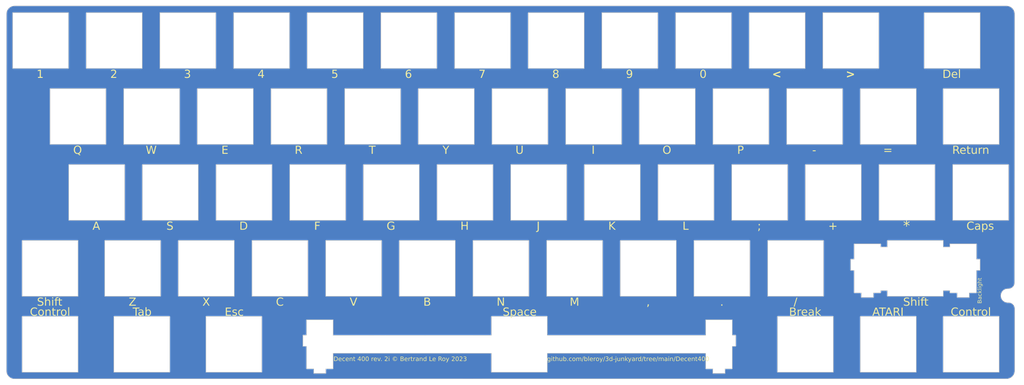
<source format=kicad_pcb>
(kicad_pcb (version 20240108) (generator "pcbnew") (generator_version "8.0")
  (title_block (title "Decent400 Plate") (date "2024-04-14") (rev "2i") (company "Decent Consulting"))
  (layers (0 "F.Cu" signal) (31 "B.Cu" signal) (34 "B.Paste" user) (35 "F.Paste" user) (36 "B.SilkS" user "B.Silkscreen") (37 "F.SilkS" user "F.Silkscreen") (38 "B.Mask" user) (39 "F.Mask" user) (44 "Edge.Cuts" user))
  (net 0 "")
  (footprint "Library:MX-1-25U-Hole-no-silk" (layer "F.Cu") (at 83.996056 117.912532)
    (property "Reference" "SWEsc1" (hide yes))
    (property "Value" "Esc" (hide yes))
    (fp_line (start -7 -7) (end -7 7) (stroke (width 0.12)) (layer "Edge.Cuts"))
    (fp_line (start -7 -7) (end 7 -7) (stroke (width 0.12)) (layer "Edge.Cuts"))
    (fp_line (start -7 7) (end 7 7) (stroke (width 0.12)) (layer "Edge.Cuts"))
    (fp_line (start 7 -7) (end 7 7) (stroke (width 0.12)) (layer "Edge.Cuts"))
  )
  (footprint "Library:MX-1-00U-Hole-no-silk" (layer "F.Cu") (at 123.43551 79.812532)
    (property "Reference" "SWG1" (hide yes))
    (property "Value" "G" (hide yes))
    (fp_line (start -7 -7) (end -7 7) (stroke (width 0.12)) (layer "Edge.Cuts"))
    (fp_line (start -7 -7) (end 7 -7) (stroke (width 0.12)) (layer "Edge.Cuts"))
    (fp_line (start -7 7) (end 7 7) (stroke (width 0.12)) (layer "Edge.Cuts"))
    (fp_line (start 7 -7) (end 7 7) (stroke (width 0.12)) (layer "Edge.Cuts"))
  )
  (footprint "Library:MX-1-00U-Hole-no-silk" (layer "F.Cu") (at 206.258364 98.862532)
    (property "Reference" "SWPeriod1" (hide yes))
    (property "Value" "Period" (hide yes))
    (fp_line (start -7 -7) (end -7 7) (stroke (width 0.12)) (layer "Edge.Cuts"))
    (fp_line (start -7 -7) (end 7 -7) (stroke (width 0.12)) (layer "Edge.Cuts"))
    (fp_line (start -7 7) (end 7 7) (stroke (width 0.12)) (layer "Edge.Cuts"))
    (fp_line (start 7 -7) (end 7 7) (stroke (width 0.12)) (layer "Edge.Cuts"))
  )
  (footprint "Library:MX-1-00U-Hole-no-silk" (layer "F.Cu") (at 238.554068 41.712532)
    (property "Reference" "SWGT1" (hide yes))
    (property "Value" "GreaterThan" (hide yes))
    (fp_line (start -7 -7) (end -7 7) (stroke (width 0.12)) (layer "Edge.Cuts"))
    (fp_line (start -7 -7) (end 7 -7) (stroke (width 0.12)) (layer "Edge.Cuts"))
    (fp_line (start -7 7) (end 7 7) (stroke (width 0.12)) (layer "Edge.Cuts"))
    (fp_line (start 7 -7) (end 7 7) (stroke (width 0.12)) (layer "Edge.Cuts"))
  )
  (footprint "Symbol:OSHW-Logo2_7.3x6mm_Copper" (layer "F.Cu") (at 140.1725 112.812532)
    (property "Reference" "REF**" (hide yes))
    (property "Value" "OSHW-Logo2_7.3x6mm_Copper" (hide yes))
  )
  (footprint "Library:MX-1-00U-Hole-no-silk" (layer "F.Cu") (at 100.292736 60.762532)
    (property "Reference" "SWR1" (hide yes))
    (property "Value" "R" (hide yes))
    (fp_line (start -7 -7) (end -7 7) (stroke (width 0.12)) (layer "Edge.Cuts"))
    (fp_line (start -7 -7) (end 7 -7) (stroke (width 0.12)) (layer "Edge.Cuts"))
    (fp_line (start -7 7) (end 7 7) (stroke (width 0.12)) (layer "Edge.Cuts"))
    (fp_line (start 7 -7) (end 7 7) (stroke (width 0.12)) (layer "Edge.Cuts"))
  )
  (footprint "Library:MX-1-00U-Hole-no-silk" (layer "F.Cu") (at 178.799574 79.812532)
    (property "Reference" "SWK1" (hide yes))
    (property "Value" "K" (hide yes))
    (fp_line (start -7 -7) (end -7 7) (stroke (width 0.12)) (layer "Edge.Cuts"))
    (fp_line (start -7 -7) (end 7 -7) (stroke (width 0.12)) (layer "Edge.Cuts"))
    (fp_line (start -7 7) (end 7 7) (stroke (width 0.12)) (layer "Edge.Cuts"))
    (fp_line (start 7 -7) (end 7 7) (stroke (width 0.12)) (layer "Edge.Cuts"))
  )
  (footprint "Library:MX-1-00U-Hole-no-silk" (layer "F.Cu") (at 146.280628 41.712532)
    (property "Reference" "SW7" (hide yes))
    (property "Value" "7" (hide yes))
    (fp_line (start -7 -7) (end -7 7) (stroke (width 0.12)) (layer "Edge.Cuts"))
    (fp_line (start -7 -7) (end 7 -7) (stroke (width 0.12)) (layer "Edge.Cuts"))
    (fp_line (start -7 7) (end 7 7) (stroke (width 0.12)) (layer "Edge.Cuts"))
    (fp_line (start 7 -7) (end 7 7) (stroke (width 0.12)) (layer "Edge.Cuts"))
  )
  (footprint "Library:MX-1-00U-Hole-no-silk" (layer "F.Cu") (at 77.075548 98.862532)
    (property "Reference" "SWX1" (hide yes))
    (property "Value" "X" (hide yes))
    (fp_line (start -7 -7) (end -7 7) (stroke (width 0.12)) (layer "Edge.Cuts"))
    (fp_line (start -7 -7) (end 7 -7) (stroke (width 0.12)) (layer "Edge.Cuts"))
    (fp_line (start -7 7) (end 7 7) (stroke (width 0.12)) (layer "Edge.Cuts"))
    (fp_line (start 7 -7) (end 7 7) (stroke (width 0.12)) (layer "Edge.Cuts"))
  )
  (footprint "Library:MX-1-00U-Hole-no-silk" (layer "F.Cu") (at 160.344886 79.812532)
    (property "Reference" "SWJ1" (hide yes))
    (property "Value" "J" (hide yes))
    (fp_line (start -7 -7) (end -7 7) (stroke (width 0.12)) (layer "Edge.Cuts"))
    (fp_line (start -7 -7) (end 7 -7) (stroke (width 0.12)) (layer "Edge.Cuts"))
    (fp_line (start -7 7) (end 7 7) (stroke (width 0.12)) (layer "Edge.Cuts"))
    (fp_line (start 7 -7) (end 7 7) (stroke (width 0.12)) (layer "Edge.Cuts"))
  )
  (footprint "Library:MX-1-00U-Hole-no-silk" (layer "F.Cu") (at 183.190004 41.712532)
    (property "Reference" "SW9" (hide yes))
    (property "Value" "9" (hide yes))
    (fp_line (start -7 -7) (end -7 7) (stroke (width 0.12)) (layer "Edge.Cuts"))
    (fp_line (start -7 -7) (end 7 -7) (stroke (width 0.12)) (layer "Edge.Cuts"))
    (fp_line (start -7 7) (end 7 7) (stroke (width 0.12)) (layer "Edge.Cuts"))
    (fp_line (start 7 -7) (end 7 7) (stroke (width 0.12)) (layer "Edge.Cuts"))
  )
  (footprint "Library:MX-1-00U-Hole-no-silk" (layer "F.Cu") (at 137.202112 60.762532)
    (property "Reference" "SWY1" (hide yes))
    (property "Value" "Y" (hide yes))
    (fp_line (start -7 -7) (end -7 7) (stroke (width 0.12)) (layer "Edge.Cuts"))
    (fp_line (start -7 -7) (end 7 -7) (stroke (width 0.12)) (layer "Edge.Cuts"))
    (fp_line (start -7 7) (end 7 7) (stroke (width 0.12)) (layer "Edge.Cuts"))
    (fp_line (start 7 -7) (end 7 7) (stroke (width 0.12)) (layer "Edge.Cuts"))
  )
  (footprint "Library:MX-1-00U-Hole-no-silk" (layer "F.Cu") (at 197.254262 79.812532)
    (property "Reference" "SWL1" (hide yes))
    (property "Value" "L" (hide yes))
    (fp_line (start -7 -7) (end -7 7) (stroke (width 0.12)) (layer "Edge.Cuts"))
    (fp_line (start -7 -7) (end 7 -7) (stroke (width 0.12)) (layer "Edge.Cuts"))
    (fp_line (start -7 7) (end 7 7) (stroke (width 0.12)) (layer "Edge.Cuts"))
    (fp_line (start 7 -7) (end 7 7) (stroke (width 0.12)) (layer "Edge.Cuts"))
  )
  (footprint "Library:MX-1-00U-Hole-no-silk" (layer "F.Cu") (at 187.803676 98.862532)
    (property "Reference" "SWComma1" (hide yes))
    (property "Value" "Comma" (hide yes))
    (fp_line (start -7 -7) (end -7 7) (stroke (width 0.12)) (layer "Edge.Cuts"))
    (fp_line (start -7 -7) (end 7 -7) (stroke (width 0.12)) (layer "Edge.Cuts"))
    (fp_line (start -7 7) (end 7 7) (stroke (width 0.12)) (layer "Edge.Cuts"))
    (fp_line (start 7 -7) (end 7 7) (stroke (width 0.12)) (layer "Edge.Cuts"))
  )
  (footprint "Library:MX-1-00U-Hole-no-silk" (layer "F.Cu") (at 95.530236 98.862532)
    (property "Reference" "SWC1" (hide yes))
    (property "Value" "C" (hide yes))
    (fp_line (start -7 -7) (end -7 7) (stroke (width 0.12)) (layer "Edge.Cuts"))
    (fp_line (start -7 -7) (end 7 -7) (stroke (width 0.12)) (layer "Edge.Cuts"))
    (fp_line (start -7 7) (end 7 7) (stroke (width 0.12)) (layer "Edge.Cuts"))
    (fp_line (start 7 -7) (end 7 7) (stroke (width 0.12)) (layer "Edge.Cuts"))
  )
  (footprint "Library:MX-1-00U-Hole-no-silk" (layer "F.Cu") (at 113.984924 98.862532)
    (property "Reference" "SWV1" (hide yes))
    (property "Value" "V" (hide yes))
    (fp_line (start -7 -7) (end -7 7) (stroke (width 0.12)) (layer "Edge.Cuts"))
    (fp_line (start -7 -7) (end 7 -7) (stroke (width 0.12)) (layer "Edge.Cuts"))
    (fp_line (start -7 7) (end 7 7) (stroke (width 0.12)) (layer "Edge.Cuts"))
    (fp_line (start 7 -7) (end 7 7) (stroke (width 0.12)) (layer "Edge.Cuts"))
  )
  (footprint "Library:MX-1-00U-Hole-no-silk" (layer "F.Cu") (at 54.007188 41.712532)
    (property "Reference" "SW2" (hide yes))
    (property "Value" "2" (hide yes))
    (fp_line (start -7 -7) (end -7 7) (stroke (width 0.12)) (layer "Edge.Cuts"))
    (fp_line (start -7 -7) (end 7 -7) (stroke (width 0.12)) (layer "Edge.Cuts"))
    (fp_line (start -7 7) (end 7 7) (stroke (width 0.12)) (layer "Edge.Cuts"))
    (fp_line (start 7 -7) (end 7 7) (stroke (width 0.12)) (layer "Edge.Cuts"))
  )
  (footprint "Library:MX-1-00U-Hole-no-silk" (layer "F.Cu") (at 49.616758 79.812532)
    (property "Reference" "SWA1" (hide yes))
    (property "Value" "A" (hide yes))
    (fp_line (start -7 -7) (end -7 7) (stroke (width 0.12)) (layer "Edge.Cuts"))
    (fp_line (start -7 -7) (end 7 -7) (stroke (width 0.12)) (layer "Edge.Cuts"))
    (fp_line (start -7 7) (end 7 7) (stroke (width 0.12)) (layer "Edge.Cuts"))
    (fp_line (start 7 -7) (end 7 7) (stroke (width 0.12)) (layer "Edge.Cuts"))
  )
  (footprint "Library:MX-1-00U-Hole-no-silk" (layer "F.Cu") (at 174.111488 60.762532)
    (property "Reference" "SWI1" (hide yes))
    (property "Value" "I" (hide yes))
    (fp_line (start -7 -7) (end -7 7) (stroke (width 0.12)) (layer "Edge.Cuts"))
    (fp_line (start -7 -7) (end 7 -7) (stroke (width 0.12)) (layer "Edge.Cuts"))
    (fp_line (start -7 7) (end 7 7) (stroke (width 0.12)) (layer "Edge.Cuts"))
    (fp_line (start 7 -7) (end 7 7) (stroke (width 0.12)) (layer "Edge.Cuts"))
  )
  (footprint "Library:MX-1-00U-Hole-no-silk" (layer "F.Cu") (at 201.644692 41.712532)
    (property "Reference" "SW0" (hide yes))
    (property "Value" "0" (hide yes))
    (fp_line (start -7 -7) (end -7 7) (stroke (width 0.12)) (layer "Edge.Cuts"))
    (fp_line (start -7 -7) (end 7 -7) (stroke (width 0.12)) (layer "Edge.Cuts"))
    (fp_line (start -7 7) (end 7 7) (stroke (width 0.12)) (layer "Edge.Cuts"))
    (fp_line (start 7 -7) (end 7 7) (stroke (width 0.12)) (layer "Edge.Cuts"))
  )
  (footprint "Library:MX-1-25U-Hole-no-silk" (layer "F.Cu") (at 37.93375 117.912532)
    (property "Reference" "SWCtl1" (hide yes))
    (property "Value" "Control" (hide yes))
    (fp_line (start -7 -7) (end -7 7) (stroke (width 0.12)) (layer "Edge.Cuts"))
    (fp_line (start -7 -7) (end 7 -7) (stroke (width 0.12)) (layer "Edge.Cuts"))
    (fp_line (start -7 7) (end 7 7) (stroke (width 0.12)) (layer "Edge.Cuts"))
    (fp_line (start 7 -7) (end 7 7) (stroke (width 0.12)) (layer "Edge.Cuts"))
  )
  (footprint "Library:MX-1-75U-Hole" (layer "F.Cu") (at 263.929264 41.712532)
    (property "Reference" "SWDel1" (hide yes))
    (property "Value" "Del" (hide yes))
    (fp_line (start -7 -7) (end -7 7) (stroke (width 0.12)) (layer "Edge.Cuts"))
    (fp_line (start -7 -7) (end 7 -7) (stroke (width 0.12)) (layer "Edge.Cuts"))
    (fp_line (start -7 7) (end 7 7) (stroke (width 0.12)) (layer "Edge.Cuts"))
    (fp_line (start 7 -7) (end 7 7) (stroke (width 0.12)) (layer "Edge.Cuts"))
  )
  (footprint "Library:MX-1-00U-Hole-no-silk" (layer "F.Cu") (at 118.747424 60.762532)
    (property "Reference" "SWT1" (hide yes))
    (property "Value" "T" (hide yes))
    (fp_line (start -7 -7) (end -7 7) (stroke (width 0.12)) (layer "Edge.Cuts"))
    (fp_line (start -7 -7) (end 7 -7) (stroke (width 0.12)) (layer "Edge.Cuts"))
    (fp_line (start -7 7) (end 7 7) (stroke (width 0.12)) (layer "Edge.Cuts"))
    (fp_line (start 7 -7) (end 7 7) (stroke (width 0.12)) (layer "Edge.Cuts"))
  )
  (footprint "Library:MX-1-00U-Hole-no-silk" (layer "F.Cu") (at 155.6568 60.762532)
    (property "Reference" "SWU1" (hide yes))
    (property "Value" "U" (hide yes))
    (fp_line (start -7 -7) (end -7 7) (stroke (width 0.12)) (layer "Edge.Cuts"))
    (fp_line (start -7 -7) (end 7 -7) (stroke (width 0.12)) (layer "Edge.Cuts"))
    (fp_line (start -7 7) (end 7 7) (stroke (width 0.12)) (layer "Edge.Cuts"))
    (fp_line (start 7 -7) (end 7 7) (stroke (width 0.12)) (layer "Edge.Cuts"))
  )
  (footprint "Library:MX-1-25U-Hole-no-silk" (layer "F.Cu") (at 37.93375 98.862532)
    (property "Reference" "SWLeftSft1" (hide yes))
    (property "Value" "Shift" (hide yes))
    (fp_line (start -7 -7) (end -7 7) (stroke (width 0.12)) (layer "Edge.Cuts"))
    (fp_line (start -7 -7) (end 7 -7) (stroke (width 0.12)) (layer "Edge.Cuts"))
    (fp_line (start -7 7) (end 7 7) (stroke (width 0.12)) (layer "Edge.Cuts"))
    (fp_line (start 7 -7) (end 7 7) (stroke (width 0.12)) (layer "Edge.Cuts"))
  )
  (footprint "Library:MX-1-00U-Hole-no-silk" (layer "F.Cu") (at 81.838048 60.762532)
    (property "Reference" "SWE1" (hide yes))
    (property "Value" "E" (hide yes))
    (fp_line (start -7 -7) (end -7 7) (stroke (width 0.12)) (layer "Edge.Cuts"))
    (fp_line (start -7 -7) (end 7 -7) (stroke (width 0.12)) (layer "Edge.Cuts"))
    (fp_line (start -7 7) (end 7 7) (stroke (width 0.12)) (layer "Edge.Cuts"))
    (fp_line (start 7 -7) (end 7 7) (stroke (width 0.12)) (layer "Edge.Cuts"))
  )
  (footprint "Library:MX-1-00U-Hole-no-silk" (layer "F.Cu") (at 109.371252 41.712532)
    (property "Reference" "SW5" (hide yes))
    (property "Value" "5" (hide yes))
    (fp_line (start -7 -7) (end -7 7) (stroke (width 0.12)) (layer "Edge.Cuts"))
    (fp_line (start -7 -7) (end 7 -7) (stroke (width 0.12)) (layer "Edge.Cuts"))
    (fp_line (start -7 7) (end 7 7) (stroke (width 0.12)) (layer "Edge.Cuts"))
    (fp_line (start 7 -7) (end 7 7) (stroke (width 0.12)) (layer "Edge.Cuts"))
  )
  (footprint "Library:MX-1-00U-Hole-no-silk" (layer "F.Cu") (at 252.618326 79.812532)
    (property "Reference" "SWStar1" (hide yes))
    (property "Value" "Star" (hide yes))
    (fp_line (start -7 -7) (end -7 7) (stroke (width 0.12)) (layer "Edge.Cuts"))
    (fp_line (start -7 -7) (end 7 -7) (stroke (width 0.12)) (layer "Edge.Cuts"))
    (fp_line (start -7 7) (end 7 7) (stroke (width 0.12)) (layer "Edge.Cuts"))
    (fp_line (start 7 -7) (end 7 7) (stroke (width 0.12)) (layer "Edge.Cuts"))
  )
  (footprint "Library:MX-1-00U-Hole-no-silk" (layer "F.Cu") (at 169.348988 98.862532)
    (property "Reference" "SWM1" (hide yes))
    (property "Value" "M" (hide yes))
    (fp_line (start -7 -7) (end -7 7) (stroke (width 0.12)) (layer "Edge.Cuts"))
    (fp_line (start -7 -7) (end 7 -7) (stroke (width 0.12)) (layer "Edge.Cuts"))
    (fp_line (start -7 7) (end 7 7) (stroke (width 0.12)) (layer "Edge.Cuts"))
    (fp_line (start 7 -7) (end 7 7) (stroke (width 0.12)) (layer "Edge.Cuts"))
  )
  (footprint "Library:MX-1-00U-Hole-no-silk" (layer "F.Cu") (at 104.980822 79.812532)
    (property "Reference" "SWF1" (hide yes))
    (property "Value" "F" (hide yes))
    (fp_line (start -7 -7) (end -7 7) (stroke (width 0.12)) (layer "Edge.Cuts"))
    (fp_line (start -7 -7) (end 7 -7) (stroke (width 0.12)) (layer "Edge.Cuts"))
    (fp_line (start -7 7) (end 7 7) (stroke (width 0.12)) (layer "Edge.Cuts"))
    (fp_line (start 7 -7) (end 7 7) (stroke (width 0.12)) (layer "Edge.Cuts"))
  )
  (footprint "Library:MX-1-25U-Hole-no-silk" (layer "F.Cu") (at 227.168716 117.912532)
    (property "Reference" "SWBrk1" (hide yes))
    (property "Value" "Break" (hide yes))
    (fp_line (start -7 -7) (end -7 7) (stroke (width 0.12)) (layer "Edge.Cuts"))
    (fp_line (start -7 -7) (end 7 -7) (stroke (width 0.12)) (layer "Edge.Cuts"))
    (fp_line (start -7 7) (end 7 7) (stroke (width 0.12)) (layer "Edge.Cuts"))
    (fp_line (start 7 -7) (end 7 7) (stroke (width 0.12)) (layer "Edge.Cuts"))
  )
  (footprint "Library:MX-1-00U-Hole-no-silk" (layer "F.Cu") (at 72.461876 41.712532)
    (property "Reference" "SW3" (hide yes))
    (property "Value" "3" (hide yes))
    (fp_line (start -7 -7) (end -7 7) (stroke (width 0.12)) (layer "Edge.Cuts"))
    (fp_line (start -7 -7) (end 7 -7) (stroke (width 0.12)) (layer "Edge.Cuts"))
    (fp_line (start -7 7) (end 7 7) (stroke (width 0.12)) (layer "Edge.Cuts"))
    (fp_line (start 7 -7) (end 7 7) (stroke (width 0.12)) (layer "Edge.Cuts"))
  )
  (footprint "Symbol:KiCad-Logo2_5mm_Copper" (layer "F.Cu") (at 129.8325 112.352532)
    (property "Reference" "REF**" (hide yes))
    (property "Value" "KiCad-Logo2_5mm_Copper" (hide yes))
  )
  (footprint "Library:MX-1-25U-Hole-no-silk" (layer "F.Cu") (at 60.927696 117.912532)
    (property "Reference" "SWTab1" (hide yes))
    (property "Value" "Tab" (hide yes))
    (fp_line (start -7 -7) (end -7 7) (stroke (width 0.12)) (layer "Edge.Cuts"))
    (fp_line (start -7 -7) (end 7 -7) (stroke (width 0.12)) (layer "Edge.Cuts"))
    (fp_line (start -7 7) (end 7 7) (stroke (width 0.12)) (layer "Edge.Cuts"))
    (fp_line (start 7 -7) (end 7 7) (stroke (width 0.12)) (layer "Edge.Cuts"))
  )
  (footprint "Library:MX-1-00U-Hole-no-silk" (layer "F.Cu") (at 234.163638 79.812532)
    (property "Reference" "SWPlus1" (hide yes))
    (property "Value" "Plus" (hide yes))
    (fp_line (start -7 -7) (end -7 7) (stroke (width 0.12)) (layer "Edge.Cuts"))
    (fp_line (start -7 -7) (end 7 -7) (stroke (width 0.12)) (layer "Edge.Cuts"))
    (fp_line (start -7 7) (end 7 7) (stroke (width 0.12)) (layer "Edge.Cuts"))
    (fp_line (start 7 -7) (end 7 7) (stroke (width 0.12)) (layer "Edge.Cuts"))
  )
  (footprint "LOGO" (layer "F.Cu") (at 117.7525 111.442532)
    (property "Reference" "G***" (hide yes))
    (property "Value" "LOGOGO" (hide yes))
  )
  (footprint "Library:MX-1-00U-Hole-no-silk" (layer "F.Cu") (at 220.09938 41.712532)
    (property "Reference" "SWLT1" (hide yes))
    (property "Value" "LessThan" (hide yes))
    (fp_line (start -7 -7) (end -7 7) (stroke (width 0.12)) (layer "Edge.Cuts"))
    (fp_line (start -7 -7) (end 7 -7) (stroke (width 0.12)) (layer "Edge.Cuts"))
    (fp_line (start -7 7) (end 7 7) (stroke (width 0.12)) (layer "Edge.Cuts"))
    (fp_line (start 7 -7) (end 7 7) (stroke (width 0.12)) (layer "Edge.Cuts"))
  )
  (footprint "Library:MX-1-00U-Hole-no-silk" (layer "F.Cu") (at 164.735316 41.712532)
    (property "Reference" "SW8" (hide yes))
    (property "Value" "8" (hide yes))
    (fp_line (start -7 -7) (end -7 7) (stroke (width 0.12)) (layer "Edge.Cuts"))
    (fp_line (start -7 -7) (end 7 -7) (stroke (width 0.12)) (layer "Edge.Cuts"))
    (fp_line (start -7 7) (end 7 7) (stroke (width 0.12)) (layer "Edge.Cuts"))
    (fp_line (start 7 -7) (end 7 7) (stroke (width 0.12)) (layer "Edge.Cuts"))
  )
  (footprint "Library:MX-1-00U-Hole-no-silk" (layer "F.Cu") (at 215.70895 79.812532)
    (property "Reference" "SWSemi1" (hide yes))
    (property "Value" "Semicolon" (hide yes))
    (fp_line (start -7 -7) (end -7 7) (stroke (width 0.12)) (layer "Edge.Cuts"))
    (fp_line (start -7 -7) (end 7 -7) (stroke (width 0.12)) (layer "Edge.Cuts"))
    (fp_line (start -7 7) (end 7 7) (stroke (width 0.12)) (layer "Edge.Cuts"))
    (fp_line (start 7 -7) (end 7 7) (stroke (width 0.12)) (layer "Edge.Cuts"))
  )
  (footprint "Library:MX-1-00U-Hole-no-silk" (layer "F.Cu") (at 247.93024 117.912532)
    (property "Reference" "SWInv1" (hide yes))
    (property "Value" "Atari" (hide yes))
    (fp_line (start -7 -7) (end -7 7) (stroke (width 0.12)) (layer "Edge.Cuts"))
    (fp_line (start -7 -7) (end 7 -7) (stroke (width 0.12)) (layer "Edge.Cuts"))
    (fp_line (start -7 7) (end 7 7) (stroke (width 0.12)) (layer "Edge.Cuts"))
    (fp_line (start 7 -7) (end 7 7) (stroke (width 0.12)) (layer "Edge.Cuts"))
  )
  (footprint "Library:MX-1-25U-Hole-no-silk" (layer "F.Cu") (at 268.691764 117.912532)
    (property "Reference" "SWCtl2" (hide yes))
    (property "Value" "Control" (hide yes))
    (fp_line (start -7 -7) (end -7 7) (stroke (width 0.12)) (layer "Edge.Cuts"))
    (fp_line (start -7 -7) (end 7 -7) (stroke (width 0.12)) (layer "Edge.Cuts"))
    (fp_line (start -7 7) (end 7 7) (stroke (width 0.12)) (layer "Edge.Cuts"))
    (fp_line (start 7 -7) (end 7 7) (stroke (width 0.12)) (layer "Edge.Cuts"))
  )
  (footprint "Library:MX-1-00U-Hole-no-silk" (layer "F.Cu") (at 63.38336 60.762532)
    (property "Reference" "SWW1" (hide yes))
    (property "Value" "W" (hide yes))
    (fp_line (start -7 -7) (end -7 7) (stroke (width 0.12)) (layer "Edge.Cuts"))
    (fp_line (start -7 -7) (end 7 -7) (stroke (width 0.12)) (layer "Edge.Cuts"))
    (fp_line (start -7 7) (end 7 7) (stroke (width 0.12)) (layer "Edge.Cuts"))
    (fp_line (start 7 -7) (end 7 7) (stroke (width 0.12)) (layer "Edge.Cuts"))
  )
  (footprint "Library:MX-1-00U-Hole-no-silk" (layer "F.Cu") (at 150.8943 98.862532)
    (property "Reference" "SWN1" (hide yes))
    (property "Value" "N" (hide yes))
    (fp_line (start -7 -7) (end -7 7) (stroke (width 0.12)) (layer "Edge.Cuts"))
    (fp_line (start -7 -7) (end 7 -7) (stroke (width 0.12)) (layer "Edge.Cuts"))
    (fp_line (start -7 7) (end 7 7) (stroke (width 0.12)) (layer "Edge.Cuts"))
    (fp_line (start 7 -7) (end 7 7) (stroke (width 0.12)) (layer "Edge.Cuts"))
  )
  (footprint "Library:MX-1-00U-Hole-no-silk" (layer "F.Cu") (at 35.5525 41.712532)
    (property "Reference" "SW1" (hide yes))
    (property "Value" "1" (hide yes))
    (fp_line (start -7 -7) (end -7 7) (stroke (width 0.12)) (layer "Edge.Cuts"))
    (fp_line (start -7 -7) (end 7 -7) (stroke (width 0.12)) (layer "Edge.Cuts"))
    (fp_line (start -7 7) (end 7 7) (stroke (width 0.12)) (layer "Edge.Cuts"))
    (fp_line (start 7 -7) (end 7 7) (stroke (width 0.12)) (layer "Edge.Cuts"))
  )
  (footprint "Library:MX-1-00U-Hole-no-silk" (layer "F.Cu") (at 271.073014 79.812532)
    (property "Reference" "SWCps1" (hide yes))
    (property "Value" "Caps" (hide yes))
    (fp_line (start -7 -7) (end -7 7) (stroke (width 0.12)) (layer "Edge.Cuts"))
    (fp_line (start -7 -7) (end 7 -7) (stroke (width 0.12)) (layer "Edge.Cuts"))
    (fp_line (start -7 7) (end 7 7) (stroke (width 0.12)) (layer "Edge.Cuts"))
    (fp_line (start 7 -7) (end 7 7) (stroke (width 0.12)) (layer "Edge.Cuts"))
  )
  (footprint "Library:MX-1-00U-Hole-no-silk" (layer "F.Cu") (at 44.928672 60.762532)
    (property "Reference" "SWQ1" (hide yes))
    (property "Value" "Q" (hide yes))
    (fp_line (start -7 -7) (end -7 7) (stroke (width 0.12)) (layer "Edge.Cuts"))
    (fp_line (start -7 -7) (end 7 -7) (stroke (width 0.12)) (layer "Edge.Cuts"))
    (fp_line (start -7 7) (end 7 7) (stroke (width 0.12)) (layer "Edge.Cuts"))
    (fp_line (start 7 -7) (end 7 7) (stroke (width 0.12)) (layer "Edge.Cuts"))
  )
  (footprint "Library:MX-1-00U-Hole-no-silk" (layer "F.Cu") (at 127.82594 41.712532)
    (property "Reference" "SW6" (hide yes))
    (property "Value" "6" (hide yes))
    (fp_line (start -7 -7) (end -7 7) (stroke (width 0.12)) (layer "Edge.Cuts"))
    (fp_line (start -7 -7) (end 7 -7) (stroke (width 0.12)) (layer "Edge.Cuts"))
    (fp_line (start -7 7) (end 7 7) (stroke (width 0.12)) (layer "Edge.Cuts"))
    (fp_line (start 7 -7) (end 7 7) (stroke (width 0.12)) (layer "Edge.Cuts"))
  )
  (footprint "Library:MX-1-00U-Hole-no-silk" (layer "F.Cu") (at 86.526134 79.812532)
    (property "Reference" "SWD1" (hide yes))
    (property "Value" "D" (hide yes))
    (fp_line (start -7 -7) (end -7 7) (stroke (width 0.12)) (layer "Edge.Cuts"))
    (fp_line (start -7 -7) (end 7 -7) (stroke (width 0.12)) (layer "Edge.Cuts"))
    (fp_line (start -7 7) (end 7 7) (stroke (width 0.12)) (layer "Edge.Cuts"))
    (fp_line (start 7 -7) (end 7 7) (stroke (width 0.12)) (layer "Edge.Cuts"))
  )
  (footprint "Library:MX-6-25U-Hole" (layer "F.Cu") (at 155.507972 117.912532)
    (property "Reference" "SWSpc1" (hide yes))
    (property "Value" "Space" (hide yes))
    (fp_line (start -54.2164 -2.286) (end -54.2164 0.508) (stroke (width 0.12)) (layer "Edge.Cuts"))
    (fp_line (start -53.33 -6.1468) (end -53.33 -2.286) (stroke (width 0.12)) (layer "Edge.Cuts"))
    (fp_line (start -53.33 -2.286) (end -54.2164 -2.286) (stroke (width 0.12)) (layer "Edge.Cuts"))
    (fp_line (start -53.33 0.508) (end -54.2164 0.508) (stroke (width 0.12)) (layer "Edge.Cuts"))
    (fp_line (start -53.33 0.508) (end -53.33 6.1468) (stroke (width 0.12)) (layer "Edge.Cuts"))
    (fp_line (start -51.524 6.1468) (end -53.33 6.1468) (stroke (width 0.12)) (layer "Edge.Cuts"))
    (fp_line (start -51.524 6.1468) (end -51.524 7.3152) (stroke (width 0.12)) (layer "Edge.Cuts"))
    (fp_line (start -48.476 6.1468) (end -48.476 7.3152) (stroke (width 0.12)) (layer "Edge.Cuts"))
    (fp_line (start -48.476 7.3152) (end -51.524 7.3152) (stroke (width 0.12)) (layer "Edge.Cuts"))
    (fp_line (start -46.67 -6.1468) (end -53.33 -6.1468) (stroke (width 0.12)) (layer "Edge.Cuts"))
    (fp_line (start -46.67 -6.1468) (end -46.67 -2.25) (stroke (width 0.12)) (layer "Edge.Cuts"))
    (fp_line (start -46.67 -2.25) (end -7 -2.25) (stroke (width 0.12)) (layer "Edge.Cuts"))
    (fp_line (start -46.67 2.25) (end -7 2.25) (stroke (width 0.12)) (layer "Edge.Cuts"))
    (fp_line (start -46.67 6.1468) (end -48.476 6.1468) (stroke (width 0.12)) (layer "Edge.Cuts"))
    (fp_line (start -46.67 6.1468) (end -46.67 2.25) (stroke (width 0.12)) (layer "Edge.Cuts"))
    (fp_line (start -7 -7) (end -7 -2.25) (stroke (width 0.12)) (layer "Edge.Cuts"))
    (fp_line (start -7 -7) (end 7 -7) (stroke (width 0.12)) (layer "Edge.Cuts"))
    (fp_line (start -7 7) (end -7 2.25) (stroke (width 0.12)) (layer "Edge.Cuts"))
    (fp_line (start -7 7) (end 7 7) (stroke (width 0.12)) (layer "Edge.Cuts"))
    (fp_line (start 7 -7) (end 7 -2.25) (stroke (width 0.12)) (layer "Edge.Cuts"))
    (fp_line (start 7 7) (end 7 2.25) (stroke (width 0.12)) (layer "Edge.Cuts"))
    (fp_line (start 46.67 -6.1468) (end 46.67 -2.25) (stroke (width 0.12)) (layer "Edge.Cuts"))
    (fp_line (start 46.67 -6.1468) (end 53.33 -6.1468) (stroke (width 0.12)) (layer "Edge.Cuts"))
    (fp_line (start 46.67 -2.25) (end 7 -2.25) (stroke (width 0.12)) (layer "Edge.Cuts"))
    (fp_line (start 46.67 2.25) (end 7 2.25) (stroke (width 0.12)) (layer "Edge.Cuts"))
    (fp_line (start 46.67 6.1468) (end 46.67 2.25) (stroke (width 0.12)) (layer "Edge.Cuts"))
    (fp_line (start 46.67 6.1468) (end 48.476 6.1468) (stroke (width 0.12)) (layer "Edge.Cuts"))
    (fp_line (start 48.476 6.1468) (end 48.476 7.3152) (stroke (width 0.12)) (layer "Edge.Cuts"))
    (fp_line (start 48.476 7.3152) (end 51.524 7.3152) (stroke (width 0.12)) (layer "Edge.Cuts"))
    (fp_line (start 51.524 6.1468) (end 51.524 7.3152) (stroke (width 0.12)) (layer "Edge.Cuts"))
    (fp_line (start 51.524 6.1468) (end 53.33 6.1468) (stroke (width 0.12)) (layer "Edge.Cuts"))
    (fp_line (start 53.33 -6.1468) (end 53.33 -2.286) (stroke (width 0.12)) (layer "Edge.Cuts"))
    (fp_line (start 53.33 -2.286) (end 54.2164 -2.286) (stroke (width 0.12)) (layer "Edge.Cuts"))
    (fp_line (start 53.33 0.508) (end 53.33 6.1468) (stroke (width 0.12)) (layer "Edge.Cuts"))
    (fp_line (start 53.33 0.508) (end 54.2164 0.508) (stroke (width 0.12)) (layer "Edge.Cuts"))
    (fp_line (start 54.2164 -2.286) (end 54.2164 0.508) (stroke (width 0.12)) (layer "Edge.Cuts"))
  )
  (footprint "Library:MX-1-00U-Hole-no-silk" (layer "F.Cu") (at 68.071446 79.812532)
    (property "Reference" "SWS1" (hide yes))
    (property "Value" "S" (hide yes))
    (fp_line (start -7 -7) (end -7 7) (stroke (width 0.12)) (layer "Edge.Cuts"))
    (fp_line (start -7 -7) (end 7 -7) (stroke (width 0.12)) (layer "Edge.Cuts"))
    (fp_line (start -7 7) (end 7 7) (stroke (width 0.12)) (layer "Edge.Cuts"))
    (fp_line (start 7 -7) (end 7 7) (stroke (width 0.12)) (layer "Edge.Cuts"))
  )
  (footprint "Library:MX-1-00U-Hole-no-silk" (layer "F.Cu") (at 132.439612 98.862532)
    (property "Reference" "SWB1" (hide yes))
    (property "Value" "B" (hide yes))
    (fp_line (start -7 -7) (end -7 7) (stroke (width 0.12)) (layer "Edge.Cuts"))
    (fp_line (start -7 -7) (end 7 -7) (stroke (width 0.12)) (layer "Edge.Cuts"))
    (fp_line (start -7 7) (end 7 7) (stroke (width 0.12)) (layer "Edge.Cuts"))
    (fp_line (start 7 -7) (end 7 7) (stroke (width 0.12)) (layer "Edge.Cuts"))
  )
  (footprint "Library:MX-1-00U-Hole-no-silk" (layer "F.Cu") (at 247.93024 60.762532)
    (property "Reference" "SWEqual1" (hide yes))
    (property "Value" "Equal" (hide yes))
    (fp_line (start -7 -7) (end -7 7) (stroke (width 0.12)) (layer "Edge.Cuts"))
    (fp_line (start -7 -7) (end 7 -7) (stroke (width 0.12)) (layer "Edge.Cuts"))
    (fp_line (start -7 7) (end 7 7) (stroke (width 0.12)) (layer "Edge.Cuts"))
    (fp_line (start 7 -7) (end 7 7) (stroke (width 0.12)) (layer "Edge.Cuts"))
  )
  (footprint "Library:MX-1-00U-Hole-no-silk" (layer "F.Cu") (at 224.713052 98.862532)
    (property "Reference" "SWSlash1" (hide yes))
    (property "Value" "Slash" (hide yes))
    (fp_line (start -7 -7) (end -7 7) (stroke (width 0.12)) (layer "Edge.Cuts"))
    (fp_line (start -7 -7) (end 7 -7) (stroke (width 0.12)) (layer "Edge.Cuts"))
    (fp_line (start -7 7) (end 7 7) (stroke (width 0.12)) (layer "Edge.Cuts"))
    (fp_line (start 7 -7) (end 7 7) (stroke (width 0.12)) (layer "Edge.Cuts"))
  )
  (footprint "Library:MX-1-25U-Hole-no-silk" (layer "F.Cu") (at 268.691764 60.762532)
    (property "Reference" "SWRet1" (hide yes))
    (property "Value" "Return" (hide yes))
    (fp_line (start -7 -7) (end -7 7) (stroke (width 0.12)) (layer "Edge.Cuts"))
    (fp_line (start -7 -7) (end 7 -7) (stroke (width 0.12)) (layer "Edge.Cuts"))
    (fp_line (start -7 7) (end 7 7) (stroke (width 0.12)) (layer "Edge.Cuts"))
    (fp_line (start 7 -7) (end 7 7) (stroke (width 0.12)) (layer "Edge.Cuts"))
  )
  (footprint "Library:MX-1-00U-Hole-no-silk" (layer "F.Cu") (at 229.475552 60.762532)
    (property "Reference" "SWDash1" (hide yes))
    (property "Value" "Dash" (hide yes))
    (fp_line (start -7 -7) (end -7 7) (stroke (width 0.12)) (layer "Edge.Cuts"))
    (fp_line (start -7 -7) (end 7 -7) (stroke (width 0.12)) (layer "Edge.Cuts"))
    (fp_line (start -7 7) (end 7 7) (stroke (width 0.12)) (layer "Edge.Cuts"))
    (fp_line (start 7 -7) (end 7 7) (stroke (width 0.12)) (layer "Edge.Cuts"))
  )
  (footprint "LOGO" (layer "F.Cu") (at 183.6025 111.382532)
    (property "Reference" "G***" (hide yes))
    (property "Value" "LOGO" (hide yes))
  )
  (footprint "Library:MX-1-00U-Hole-no-silk" (layer "F.Cu") (at 141.890198 79.812532)
    (property "Reference" "SWH1" (hide yes))
    (property "Value" "H" (hide yes))
    (fp_line (start -7 -7) (end -7 7) (stroke (width 0.12)) (layer "Edge.Cuts"))
    (fp_line (start -7 -7) (end 7 -7) (stroke (width 0.12)) (layer "Edge.Cuts"))
    (fp_line (start -7 7) (end 7 7) (stroke (width 0.12)) (layer "Edge.Cuts"))
    (fp_line (start 7 -7) (end 7 7) (stroke (width 0.12)) (layer "Edge.Cuts"))
  )
  (footprint "Library:MX-1-00U-Hole-no-silk" (layer "F.Cu") (at 192.566176 60.762532)
    (property "Reference" "SWO1" (hide yes))
    (property "Value" "O" (hide yes))
    (fp_line (start -7 -7) (end -7 7) (stroke (width 0.12)) (layer "Edge.Cuts"))
    (fp_line (start -7 -7) (end 7 -7) (stroke (width 0.12)) (layer "Edge.Cuts"))
    (fp_line (start -7 7) (end 7 7) (stroke (width 0.12)) (layer "Edge.Cuts"))
    (fp_line (start 7 -7) (end 7 7) (stroke (width 0.12)) (layer "Edge.Cuts"))
  )
  (footprint "Library:MX-1-00U-Hole-no-silk" (layer "F.Cu") (at 90.916564 41.712532)
    (property "Reference" "SW4" (hide yes))
    (property "Value" "4" (hide yes))
    (fp_line (start -7 -7) (end -7 7) (stroke (width 0.12)) (layer "Edge.Cuts"))
    (fp_line (start -7 -7) (end 7 -7) (stroke (width 0.12)) (layer "Edge.Cuts"))
    (fp_line (start -7 7) (end 7 7) (stroke (width 0.12)) (layer "Edge.Cuts"))
    (fp_line (start 7 -7) (end 7 7) (stroke (width 0.12)) (layer "Edge.Cuts"))
  )
  (footprint "Library:MX-1-00U-Hole-no-silk" (layer "F.Cu") (at 58.62086 98.862532)
    (property "Reference" "SWZ1" (hide yes))
    (property "Value" "Z" (hide yes))
    (fp_line (start -7 -7) (end -7 7) (stroke (width 0.12)) (layer "Edge.Cuts"))
    (fp_line (start -7 -7) (end 7 -7) (stroke (width 0.12)) (layer "Edge.Cuts"))
    (fp_line (start -7 7) (end 7 7) (stroke (width 0.12)) (layer "Edge.Cuts"))
    (fp_line (start 7 -7) (end 7 7) (stroke (width 0.12)) (layer "Edge.Cuts"))
  )
  (footprint "Library:MX-1-00U-Hole-no-silk" (layer "F.Cu") (at 211.020864 60.762532)
    (property "Reference" "SWP1" (hide yes))
    (property "Value" "P" (hide yes))
    (fp_line (start -7 -7) (end -7 7) (stroke (width 0.12)) (layer "Edge.Cuts"))
    (fp_line (start -7 -7) (end 7 -7) (stroke (width 0.12)) (layer "Edge.Cuts"))
    (fp_line (start -7 7) (end 7 7) (stroke (width 0.12)) (layer "Edge.Cuts"))
    (fp_line (start 7 -7) (end 7 7) (stroke (width 0.12)) (layer "Edge.Cuts"))
  )
  (footprint "Library:MX-2-25U-Hole" (layer "F.Cu") (at 254.70192 98.862532)
    (property "Reference" "SWRightSft1" (hide yes))
    (property "Value" "Shift" (hide yes))
    (fp_line (start -16.2164 -2.286) (end -16.2164 0.508) (stroke (width 0.12)) (layer "Edge.Cuts"))
    (fp_line (start -15.33 -6.1468) (end -15.33 -2.286) (stroke (width 0.12)) (layer "Edge.Cuts"))
    (fp_line (start -15.33 -2.286) (end -16.2164 -2.286) (stroke (width 0.12)) (layer "Edge.Cuts"))
    (fp_line (start -15.33 0.508) (end -16.2164 0.508) (stroke (width 0.12)) (layer "Edge.Cuts"))
    (fp_line (start -15.33 0.508) (end -15.33 6.1468) (stroke (width 0.12)) (layer "Edge.Cuts"))
    (fp_line (start -13.524 6.1468) (end -15.33 6.1468) (stroke (width 0.12)) (layer "Edge.Cuts"))
    (fp_line (start -13.524 6.1468) (end -13.524 7.3152) (stroke (width 0.12)) (layer "Edge.Cuts"))
    (fp_line (start -10.476 6.1468) (end -10.476 7.3152) (stroke (width 0.12)) (layer "Edge.Cuts"))
    (fp_line (start -10.476 7.3152) (end -13.524 7.3152) (stroke (width 0.12)) (layer "Edge.Cuts"))
    (fp_line (start -8.67 -6.1468) (end -15.33 -6.1468) (stroke (width 0.12)) (layer "Edge.Cuts"))
    (fp_line (start -8.67 -6.1468) (end -8.67 -5.334) (stroke (width 0.12)) (layer "Edge.Cuts"))
    (fp_line (start -8.67 -5.334) (end -7 -5.334) (stroke (width 0.12)) (layer "Edge.Cuts"))
    (fp_line (start -8.67 5.588) (end -7 5.588) (stroke (width 0.12)) (layer "Edge.Cuts"))
    (fp_line (start -8.67 6.1468) (end -10.476 6.1468) (stroke (width 0.12)) (layer "Edge.Cuts"))
    (fp_line (start -8.67 6.1468) (end -8.67 5.588) (stroke (width 0.12)) (layer "Edge.Cuts"))
    (fp_line (start -7 -7) (end -7 -5.334) (stroke (width 0.12)) (layer "Edge.Cuts"))
    (fp_line (start -7 -7) (end 7 -7) (stroke (width 0.12)) (layer "Edge.Cuts"))
    (fp_line (start -7 7) (end -7 5.588) (stroke (width 0.12)) (layer "Edge.Cuts"))
    (fp_line (start -7 7) (end 7 7) (stroke (width 0.12)) (layer "Edge.Cuts"))
    (fp_line (start 7 -7) (end 7 -5.334) (stroke (width 0.12)) (layer "Edge.Cuts"))
    (fp_line (start 7 7) (end 7 5.588) (stroke (width 0.12)) (layer "Edge.Cuts"))
    (fp_line (start 8.67 -6.1468) (end 8.67 -5.334) (stroke (width 0.12)) (layer "Edge.Cuts"))
    (fp_line (start 8.67 -6.1468) (end 15.33 -6.1468) (stroke (width 0.12)) (layer "Edge.Cuts"))
    (fp_line (start 8.67 -5.334) (end 7 -5.334) (stroke (width 0.12)) (layer "Edge.Cuts"))
    (fp_line (start 8.67 5.588) (end 7 5.588) (stroke (width 0.12)) (layer "Edge.Cuts"))
    (fp_line (start 8.67 6.1468) (end 8.67 5.588) (stroke (width 0.12)) (layer "Edge.Cuts"))
    (fp_line (start 8.67 6.1468) (end 10.476 6.1468) (stroke (width 0.12)) (layer "Edge.Cuts"))
    (fp_line (start 10.476 6.1468) (end 10.476 7.3152) (stroke (width 0.12)) (layer "Edge.Cuts"))
    (fp_line (start 10.476 7.3152) (end 13.524 7.3152) (stroke (width 0.12)) (layer "Edge.Cuts"))
    (fp_line (start 13.524 6.1468) (end 13.524 7.3152) (stroke (width 0.12)) (layer "Edge.Cuts"))
    (fp_line (start 13.524 6.1468) (end 15.33 6.1468) (stroke (width 0.12)) (layer "Edge.Cuts"))
    (fp_line (start 15.33 -6.1468) (end 15.33 -2.286) (stroke (width 0.12)) (layer "Edge.Cuts"))
    (fp_line (start 15.33 -2.286) (end 16.2164 -2.286) (stroke (width 0.12)) (layer "Edge.Cuts"))
    (fp_line (start 15.33 0.508) (end 15.33 6.1468) (stroke (width 0.12)) (layer "Edge.Cuts"))
    (fp_line (start 15.33 0.508) (end 16.2164 0.508) (stroke (width 0.12)) (layer "Edge.Cuts"))
    (fp_line (start 16.2164 -2.286) (end 16.2164 0.508) (stroke (width 0.12)) (layer "Edge.Cuts"))
  )
  (gr_line (start 27.022502 124.582526) (end 27.032506 35.042534) (stroke (width 0.1)) (layer "Edge.Cuts"))
  (gr_arc (start 278.0825 107.470532) (mid 279.14316 107.909872) (end 279.5825 108.970532) (stroke (width 0.1)) (layer "Edge.Cuts"))
  (gr_line (start 29.032506 33.042534) (end 277.5725 33.042534) (stroke (width 0.1)) (layer "Edge.Cuts"))
  (gr_line (start 278.0825 107.470532) (end 277.8685 107.470532) (stroke (width 0.1)) (layer "Edge.Cuts"))
  (gr_arc (start 279.5825 124.562532) (mid 278.996714 125.976745) (end 277.5825 126.562532) (stroke (width 0.1)) (layer "Edge.Cuts"))
  (gr_line (start 279.5825 108.970532) (end 279.5825 124.562532) (stroke (width 0.1)) (layer "Edge.Cuts"))
  (gr_line (start 277.5825 126.562532) (end 29.022502 126.582526) (stroke (width 0.1)) (layer "Edge.Cuts"))
  (gr_arc (start 27.032506 35.042534) (mid 27.618292 33.628321) (end 29.032506 33.042534) (stroke (width 0.1)) (layer "Edge.Cuts"))
  (gr_arc (start 277.8685 107.470532) (mid 276.1185 105.720532) (end 277.8685 103.970532) (stroke (width 0.1)) (layer "Edge.Cuts"))
  (gr_line (start 278.0525 103.962532) (end 277.8685 103.970532) (stroke (width 0.1)) (layer "Edge.Cuts"))
  (gr_arc (start 279.5525 102.462532) (mid 279.11316 103.523192) (end 278.0525 103.962532) (stroke (width 0.1)) (layer "Edge.Cuts"))
  (gr_arc (start 277.5725 33.042534) (mid 278.986713 33.62832) (end 279.5725 35.042534) (stroke (width 0.1)) (layer "Edge.Cuts"))
  (gr_line (start 279.5725 35.042534) (end 279.5525 102.462532) (stroke (width 0.1)) (layer "Edge.Cuts"))
  (gr_arc (start 29.022502 126.582526) (mid 27.608289 125.99674) (end 27.022502 124.582526) (stroke (width 0.1)) (layer "Edge.Cuts"))
  (gr_text "3" (at 72.35816 50.262532 0) (layer "F.SilkS") (effects (font (size 2 2))))
  (gr_text "O" (at 192.46246 69.312532 0) (layer "F.SilkS") (effects (font (size 2 2))))
  (gr_text ">" (at 238.450352 50.262532 0) (layer "F.SilkS") (effects (font (size 2 2) (thickness 0.4) (bold yes))))
  (gr_text "Caps" (at 270.969298 88.362532 0) (layer "F.SilkS") (effects (font (size 2 2))))
  (gr_text "I" (at 174.007772 69.312532 0) (layer "F.SilkS") (effects (font (size 2 2))))
  (gr_text "M" (at 169.319686 107.412532 0) (layer "F.SilkS") (effects (font (size 2 2))))
  (gr_text "J" (at 160.24117 88.362532 0) (layer "F.SilkS") (effects (font (size 2 2))))
  (gr_text "Del" (at 263.825548 50.262532 0) (layer "F.SilkS") (effects (font (size 2 2))))
  (gr_text "/" (at 224.68375 107.412532 0) (layer "F.SilkS") (effects (font (size 2 2))))
  (gr_text "T" (at 118.643708 69.312532 0) (layer "F.SilkS") (effects (font (size 2 2))))
  (gr_text "W" (at 63.279644 69.312532 0) (layer "F.SilkS") (effects (font (size 2 2))))
  (gr_text "7" (at 146.176912 50.262532 0) (layer "F.SilkS") (effects (font (size 2 2))))
  (gr_text "S" (at 67.96773 88.362532 0) (layer "F.SilkS") (effects (font (size 2 2))))
  (gr_text "Control" (at 37.93375 109.912532 0) (layer "F.SilkS") (effects (font (size 2 2))))
  (gr_text "<" (at 219.995664 50.262532 0) (layer "F.SilkS") (effects (font (size 2 2) (thickness 0.4) (bold yes))))
  (gr_text "Return" (at 268.588048 69.312532 0) (layer "F.SilkS") (effects (font (size 2 2))))
  (gr_text "Shift" (at 254.821446 107.412532 0) (layer "F.SilkS") (effects (font (size 2 2))))
  (gr_text "Y" (at 137.098396 69.312532 0) (layer "F.SilkS") (effects (font (size 2 2))))
  (gr_text "4" (at 90.812848 50.262532 0) (layer "F.SilkS") (effects (font (size 2 2))))
  (gr_text "0" (at 201.540976 50.262532 0) (layer "F.SilkS") (effects (font (size 2 2))))
  (gr_text "8" (at 164.6316 50.262532 0) (layer "F.SilkS") (effects (font (size 2 2))))
  (gr_text ";" (at 215.605234 88.362532 0) (layer "F.SilkS") (effects (font (size 2 2))))
  (gr_text "Shift" (at 37.830034 107.412532 0) (layer "F.SilkS") (effects (font (size 2 2))))
  (gr_text "P" (at 210.917148 69.312532 0) (layer "F.SilkS") (effects (font (size 2 2))))
  (gr_text "Backlight" (at 270.3025 107.712532 90) (layer "F.SilkS") (effects (font (size 1 1)) (justify left top)))
  (gr_text "Control" (at 268.61735 109.912532 0) (layer "F.SilkS") (effects (font (size 2 2))))
  (gr_text "9" (at 183.086288 50.262532 0) (layer "F.SilkS") (effects (font (size 2 2))))
  (gr_text "C" (at 95.500934 107.412532 0) (layer "F.SilkS") (effects (font (size 2 2))))
  (gr_text "G" (at 123.331794 88.362532 0) (layer "F.SilkS") (effects (font (size 2 2))))
  (gr_text "1" (at 35.448784 50.262532 0) (layer "F.SilkS") (effects (font (size 2 2))))
  (gr_text "+" (at 234.059922 88.362532 0) (layer "F.SilkS") (effects (font (size 2 2))))
  (gr_text "A" (at 49.513042 88.362532 0) (layer "F.SilkS") (effects (font (size 2 2))))
  (gr_text "Tab" (at 61.00211 109.912532 0) (layer "F.SilkS") (effects (font (size 2 2))))
  (gr_text "U" (at 155.553084 69.312532 0) (layer "F.SilkS") (effects (font (size 2 2))))
  (gr_text "L" (at 197.150546 88.362532 0) (layer "F.SilkS") (effects (font (size 2 2))))
  (gr_text "ATARI" (at 247.855826 109.912532 0) (layer "F.SilkS") (effects (font (size 2 2))))
  (gr_text "H" (at 141.786482 88.362532 0) (layer "F.SilkS") (effects (font (size 2 2))))
  (gr_text "F" (at 104.877106 88.362532 0) (layer "F.SilkS") (effects (font (size 2 2))))
  (gr_text "E" (at 81.734332 69.312532 0) (layer "F.SilkS") (effects (font (size 2 2))))
  (gr_text "5" (at 109.267536 50.262532 0) (layer "F.SilkS") (effects (font (size 2 2))))
  (gr_text "R" (at 100.18902 69.312532 0) (layer "F.SilkS") (effects (font (size 2 2))))
  (gr_text "Z" (at 58.591558 107.412532 0) (layer "F.SilkS") (effects (font (size 2 2))))
  (gr_text "B" (at 132.41031 107.412532 0) (layer "F.SilkS") (effects (font (size 2 2))))
  (gr_text "," (at 187.774374 107.412532 0) (layer "F.SilkS") (effects (font (size 2 2))))
  (gr_text "D" (at 86.422418 88.362532 0) (layer "F.SilkS") (effects (font (size 2 2))))
  (gr_text "Decent 400 rev. 2i © Bertrand Le Roy 2023" (at 108.93375 121.662532 0) (layer "F.SilkS") (effects (font (size 1.1 1.1)) (justify left)))
  (gr_text "github.com/bleroy/3d-junkyard/tree/main/Decent400" (at 162.43375 121.662532 0) (layer "F.SilkS") (effects (font (size 1.1 1.1)) (justify left)))
  (gr_text "*" (at 252.51461 88.362532 0) (layer "F.SilkS") (effects (font (size 2.5 2.5))))
  (gr_text "-" (at 229.371836 69.312532 0) (layer "F.SilkS") (effects (font (size 2 2))))
  (gr_text "K" (at 178.695858 88.362532 0) (layer "F.SilkS") (effects (font (size 2 2))))
  (gr_text "Q" (at 44.824956 69.312532 0) (layer "F.SilkS") (effects (font (size 2 2))))
  (gr_text "." (at 206.229062 107.412532 0) (layer "F.SilkS") (effects (font (size 2 2))))
  (gr_text "Break" (at 227.094302 109.912532 0) (layer "F.SilkS") (effects (font (size 2 2))))
  (gr_text "N" (at 150.864998 107.412532 0) (layer "F.SilkS") (effects (font (size 2 2))))
  (gr_text "Space" (at 155.582386 109.912532 0) (layer "F.SilkS") (effects (font (size 2 2))))
  (gr_text "2" (at 53.903472 50.262532 0) (layer "F.SilkS") (effects (font (size 2 2))))
  (gr_text "Esc" (at 84.07047 109.912532 0) (layer "F.SilkS") (effects (font (size 2 2))))
  (gr_text "=" (at 247.826524 69.312532 0) (layer "F.SilkS") (effects (font (size 2 2))))
  (gr_text "X" (at 77.046246 107.412532 0) (layer "F.SilkS") (effects (font (size 2 2))))
  (gr_text "6" (at 127.722224 50.262532 0) (layer "F.SilkS") (effects (font (size 2 2))))
  (gr_text "V" (at 113.955622 107.412532 0) (layer "F.SilkS") (effects (font (size 2 2))))
  (zone (net 0) (net_name "") (layers "F&B.Cu") (connect_pads (clearance 0.5)) (min_thickness 0.25) (fill yes (thermal_gap 0.5) (thermal_bridge_width 0.5) (island_removal_mode 1) (island_area_min 10))
    (polygon (pts (xy 25.3925 31.552532) (xy 281.9325 31.552532) (xy 281.9325 128.072532) (xy 25.3925 128.072532)))
  )
)
</source>
